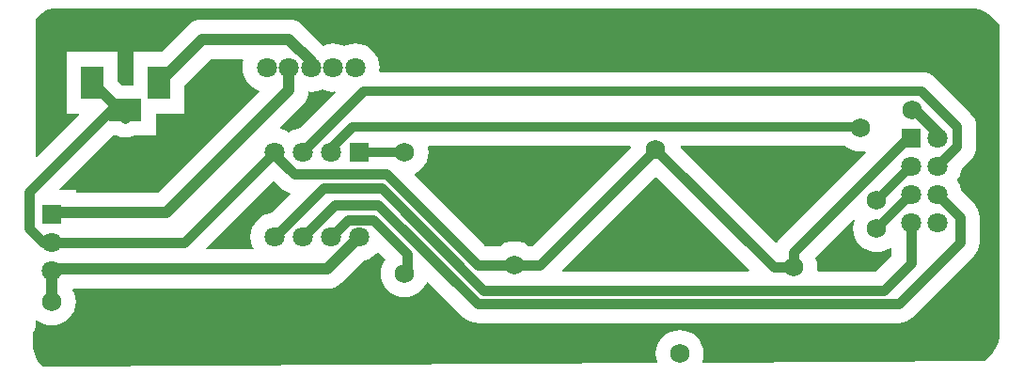
<source format=gbl>
G04*
G04 #@! TF.GenerationSoftware,Altium Limited,Altium Designer,18.1.9 (240)*
G04*
G04 Layer_Physical_Order=2*
G04 Layer_Color=16711680*
%FSLAX25Y25*%
%MOIN*%
G70*
G01*
G75*
%ADD21C,0.03400*%
%ADD22C,0.04000*%
%ADD23C,0.02000*%
%ADD24R,0.07087X0.07087*%
%ADD25C,0.07087*%
%ADD26R,0.07874X0.11811*%
%ADD27R,0.11811X0.07874*%
%ADD28C,0.06800*%
%ADD29C,0.03500*%
G36*
X107463Y102069D02*
X109073Y101580D01*
X110748Y101415D01*
X111281Y101468D01*
X111495Y101016D01*
X98961Y88482D01*
X98325Y88420D01*
X96715Y87931D01*
X95231Y87138D01*
X95000Y86949D01*
X94769Y87138D01*
X93285Y87931D01*
X91981Y88327D01*
X91840Y88892D01*
X99974Y97026D01*
X100848Y98092D01*
X101498Y99308D01*
X101899Y100628D01*
X101985Y101503D01*
X102874Y101415D01*
X104549Y101580D01*
X106159Y102069D01*
X106811Y102417D01*
X107463Y102069D01*
D02*
G37*
G36*
X78976Y112565D02*
X78706Y111675D01*
X78541Y110000D01*
X78706Y108325D01*
X79195Y106715D01*
X79988Y105231D01*
X81056Y103930D01*
X82357Y102862D01*
X83841Y102069D01*
X84358Y101912D01*
X84479Y101427D01*
X48590Y65538D01*
X19543D01*
Y66543D01*
X13789D01*
X13597Y67005D01*
X32458Y85866D01*
X34081D01*
X34491Y85647D01*
X35763Y85261D01*
X37087Y85131D01*
X38410Y85261D01*
X39682Y85647D01*
X40092Y85866D01*
X47992D01*
Y93779D01*
X57874D01*
Y103675D01*
X67165Y112966D01*
X78678D01*
X78976Y112565D01*
D02*
G37*
G36*
X292811Y81582D02*
X294270Y80802D01*
X295853Y80322D01*
X297500Y80159D01*
X299147Y80322D01*
X299429Y80407D01*
X299686Y79978D01*
X269062Y49354D01*
X268219Y48327D01*
X268085Y48076D01*
X267590Y48002D01*
X233887Y81706D01*
X234078Y82168D01*
X292097D01*
X292811Y81582D01*
D02*
G37*
G36*
X216113Y81706D02*
X181191Y46783D01*
X179976D01*
X179689Y47018D01*
X178230Y47798D01*
X176647Y48278D01*
X175000Y48441D01*
X173353Y48278D01*
X171770Y47798D01*
X170311Y47018D01*
X170024Y46783D01*
X164749D01*
X139592Y71940D01*
X139665Y72435D01*
X140689Y72982D01*
X141968Y74032D01*
X143018Y75311D01*
X143798Y76770D01*
X144279Y78353D01*
X144441Y80000D01*
X144279Y81647D01*
X144242Y81766D01*
X144540Y82168D01*
X215922D01*
X216113Y81706D01*
D02*
G37*
G36*
X92004Y67404D02*
X93032Y66560D01*
X94204Y65934D01*
X95302Y65601D01*
X95461Y65172D01*
X95455Y65047D01*
X88882Y58475D01*
X88325Y58420D01*
X86715Y57931D01*
X85231Y57138D01*
X83930Y56070D01*
X82862Y54769D01*
X82069Y53285D01*
X81580Y51675D01*
X81415Y50000D01*
X81580Y48325D01*
X82069Y46715D01*
X82469Y45967D01*
X82212Y45538D01*
X65783D01*
X65592Y46000D01*
X89500Y69908D01*
X92004Y67404D01*
D02*
G37*
G36*
X295550Y55951D02*
X295155Y54647D01*
X294992Y53000D01*
X295155Y51353D01*
X295635Y49770D01*
X296415Y48311D01*
X297465Y47032D01*
X298744Y45982D01*
X300203Y45202D01*
X301786Y44721D01*
X303433Y44559D01*
X305080Y44721D01*
X306663Y45202D01*
X308122Y45982D01*
X308238Y46077D01*
X308690Y45863D01*
Y43282D01*
X303190Y37783D01*
X282537D01*
X282202Y38153D01*
X282299Y39142D01*
X282137Y40788D01*
X281656Y42372D01*
X281520Y42628D01*
X295108Y56216D01*
X295550Y55951D01*
D02*
G37*
G36*
X258163Y38245D02*
X257972Y37783D01*
X192028D01*
X191837Y38245D01*
X225000Y71408D01*
X258163Y38245D01*
D02*
G37*
G36*
X340075Y130516D02*
X341895Y129762D01*
X343532Y128667D01*
X344229Y127971D01*
X344229Y127971D01*
X346900Y125300D01*
Y15442D01*
Y14457D01*
X346516Y12525D01*
X345762Y10705D01*
X344668Y9067D01*
X343971Y8371D01*
X343971D01*
X343971Y8371D01*
X341500Y5900D01*
X241747Y5355D01*
X241448Y5756D01*
X241782Y6857D01*
X241945Y8504D01*
X241782Y10151D01*
X241302Y11734D01*
X240522Y13193D01*
X239472Y14472D01*
X238193Y15522D01*
X236734Y16302D01*
X235151Y16782D01*
X233504Y16945D01*
X231857Y16782D01*
X230274Y16302D01*
X228815Y15522D01*
X227536Y14472D01*
X226486Y13193D01*
X225706Y11734D01*
X225225Y10151D01*
X225063Y8504D01*
X225225Y6857D01*
X225556Y5767D01*
X225186Y5265D01*
X11800Y4100D01*
X7900Y3800D01*
X6633Y5068D01*
X5538Y6705D01*
X4784Y8525D01*
X4400Y10457D01*
Y16300D01*
X4580Y16499D01*
X4877Y16944D01*
X5082Y17438D01*
X5187Y17964D01*
X5200Y18231D01*
Y20309D01*
X5652Y20522D01*
X6311Y19982D01*
X7770Y19202D01*
X9353Y18722D01*
X11000Y18559D01*
X12647Y18722D01*
X14230Y19202D01*
X15689Y19982D01*
X16968Y21032D01*
X18018Y22311D01*
X18798Y23770D01*
X19278Y25353D01*
X19441Y27000D01*
X19278Y28647D01*
X18798Y30230D01*
X18365Y31041D01*
X18622Y31470D01*
X108504D01*
X109876Y31605D01*
X111196Y32006D01*
X112412Y32656D01*
X113478Y33530D01*
X121512Y41564D01*
X121675Y41580D01*
X123285Y42069D01*
X124769Y42862D01*
X126070Y43930D01*
X126469Y44415D01*
X126968Y44440D01*
X129314Y42094D01*
X128982Y41689D01*
X128202Y40230D01*
X127722Y38647D01*
X127559Y37000D01*
X127722Y35353D01*
X128202Y33770D01*
X128982Y32311D01*
X130032Y31032D01*
X131311Y29982D01*
X132770Y29202D01*
X134353Y28721D01*
X136000Y28559D01*
X137647Y28721D01*
X139230Y29202D01*
X140689Y29982D01*
X141968Y31032D01*
X143018Y32311D01*
X143798Y33770D01*
X143852Y33949D01*
X144337Y34070D01*
X157004Y21404D01*
X158032Y20560D01*
X159204Y19934D01*
X160477Y19548D01*
X161169Y19479D01*
X161800Y19417D01*
X311200D01*
X312523Y19548D01*
X313796Y19934D01*
X314968Y20560D01*
X315996Y21404D01*
X337796Y43204D01*
X338640Y44232D01*
X339266Y45404D01*
X339652Y46677D01*
X339783Y48000D01*
Y57000D01*
X339652Y58323D01*
X339266Y59596D01*
X338640Y60768D01*
X337796Y61796D01*
X333435Y66157D01*
X333380Y66714D01*
X332892Y68325D01*
X332099Y69809D01*
X331909Y70039D01*
X332099Y70270D01*
X332892Y71754D01*
X333380Y73365D01*
X333443Y74001D01*
X336760Y77318D01*
X337598Y78338D01*
X338220Y79502D01*
X338603Y80765D01*
X338732Y82079D01*
Y89000D01*
X338603Y90313D01*
X338220Y91576D01*
X337598Y92740D01*
X336760Y93761D01*
X324061Y106460D01*
X323040Y107298D01*
X321876Y107920D01*
X320613Y108303D01*
X319300Y108432D01*
X127425D01*
X127089Y108803D01*
X127207Y110000D01*
X127042Y111675D01*
X126553Y113285D01*
X125760Y114769D01*
X124692Y116070D01*
X123391Y117138D01*
X121907Y117931D01*
X120297Y118420D01*
X118622Y118585D01*
X116947Y118420D01*
X115337Y117931D01*
X114685Y117583D01*
X114033Y117931D01*
X112423Y118420D01*
X110748Y118585D01*
X109073Y118420D01*
X107463Y117931D01*
X107172Y117776D01*
X99974Y124974D01*
X98908Y125848D01*
X97692Y126498D01*
X96372Y126899D01*
X95000Y127034D01*
X64252D01*
X64252Y127034D01*
X62880Y126899D01*
X61560Y126498D01*
X60344Y125848D01*
X59278Y124974D01*
X49895Y115591D01*
X40000D01*
Y103740D01*
X35852D01*
X34252Y105340D01*
Y115591D01*
X16378D01*
Y93779D01*
X20534D01*
X20726Y93318D01*
X5662Y78254D01*
X5200Y78445D01*
Y127100D01*
X7020Y128920D01*
X7491Y129391D01*
X8598Y130131D01*
X9828Y130640D01*
X11134Y130900D01*
X338143D01*
X340075Y130516D01*
D02*
G37*
D21*
X108600Y80000D02*
X117500Y88900D01*
X303433Y63000D02*
X315472Y75039D01*
X314061D02*
X315472D01*
X117500Y88900D02*
X297500D01*
X100000Y80000D02*
X121700Y101700D01*
X319300D02*
X332000Y89000D01*
X121700Y101700D02*
X319300D01*
X108600Y80000D02*
X110000D01*
X120000D02*
X136000D01*
X303433Y53000D02*
X315472Y65039D01*
X332000Y82079D02*
Y89000D01*
X324961Y75039D02*
X332000Y82079D01*
D22*
X95000Y120000D02*
X102874Y112126D01*
X233504Y8504D02*
X234000Y9000D01*
X11000Y27000D02*
Y38000D01*
Y38504D02*
X108504D01*
X11000Y38000D02*
Y38504D01*
Y58504D02*
X51504D01*
X324961Y85039D02*
Y87039D01*
X317000Y95000D02*
X324961Y87039D01*
X64252Y120000D02*
X95000D01*
Y102000D02*
Y110000D01*
X51504Y58504D02*
X95000Y102000D01*
X48937Y104685D02*
X64252Y120000D01*
X108504Y38504D02*
X120000Y50000D01*
D23*
X316000Y95000D02*
X317000D01*
X102874Y110000D02*
Y112126D01*
D24*
X11000Y58000D02*
D03*
X315472Y85039D02*
D03*
X120000Y80000D02*
D03*
D25*
X11000Y48000D02*
D03*
Y38000D02*
D03*
X95000Y110000D02*
D03*
X87126D02*
D03*
X102874D02*
D03*
X110748D02*
D03*
X118622D02*
D03*
X324961Y65039D02*
D03*
Y55039D02*
D03*
Y75039D02*
D03*
Y85039D02*
D03*
X315472Y75039D02*
D03*
Y55039D02*
D03*
Y65039D02*
D03*
X90000Y50000D02*
D03*
X100000D02*
D03*
X110000D02*
D03*
X120000D02*
D03*
X90000Y80000D02*
D03*
X100000D02*
D03*
X110000D02*
D03*
D26*
X48937Y104685D02*
D03*
X25315D02*
D03*
D27*
X37087Y94803D02*
D03*
D28*
X297500Y88600D02*
D03*
X303433Y63000D02*
D03*
X316000Y95000D02*
D03*
X136000Y80000D02*
D03*
Y37000D02*
D03*
X233504Y8504D02*
D03*
X225000Y81000D02*
D03*
X273858Y39142D02*
D03*
X303433Y53000D02*
D03*
X11000Y27000D02*
D03*
X175000Y40000D02*
D03*
D29*
X311200Y26200D02*
X333000Y48000D01*
X161800Y26200D02*
X311200D01*
X126600Y61400D02*
X161800Y26200D01*
X314339Y85039D02*
X315472D01*
X273858Y44558D02*
X314339Y85039D01*
X273858Y39142D02*
Y44558D01*
X111400Y61400D02*
X126600D01*
X100000Y50000D02*
X111400Y61400D01*
X127800Y67200D02*
X164000Y31000D01*
X107200Y67200D02*
X127800D01*
X90000Y50000D02*
X107200Y67200D01*
X129740Y72200D02*
X161940Y40000D01*
X96800Y72200D02*
X129740D01*
X90000Y79000D02*
X96800Y72200D01*
X266858Y39142D02*
X273858D01*
X225000Y81000D02*
X266858Y39142D01*
X184000Y40000D02*
X225000Y81000D01*
X175000Y40000D02*
X184000D01*
X164000Y31000D02*
X306000D01*
X137000Y37000D02*
Y44000D01*
X125000Y56000D02*
X137000Y44000D01*
X116000Y56000D02*
X125000D01*
X110000Y50000D02*
X116000Y56000D01*
X161940Y40000D02*
X175000D01*
X90000Y79000D02*
Y80000D01*
X306000Y31000D02*
X315472Y40472D01*
X3000Y53000D02*
Y66000D01*
Y53000D02*
X8000Y48000D01*
X3000Y66000D02*
X31803Y94803D01*
X8000Y48000D02*
X11000D01*
X58000D01*
X90000Y80000D01*
X31803Y94803D02*
X35197D01*
X37087D01*
X25315Y104685D02*
X35197Y94803D01*
X315472Y40472D02*
Y55039D01*
X333000Y48000D02*
Y57000D01*
X324961Y65039D02*
X333000Y57000D01*
X37087Y91913D02*
Y94803D01*
X25315Y104685D02*
X27205D01*
M02*

</source>
